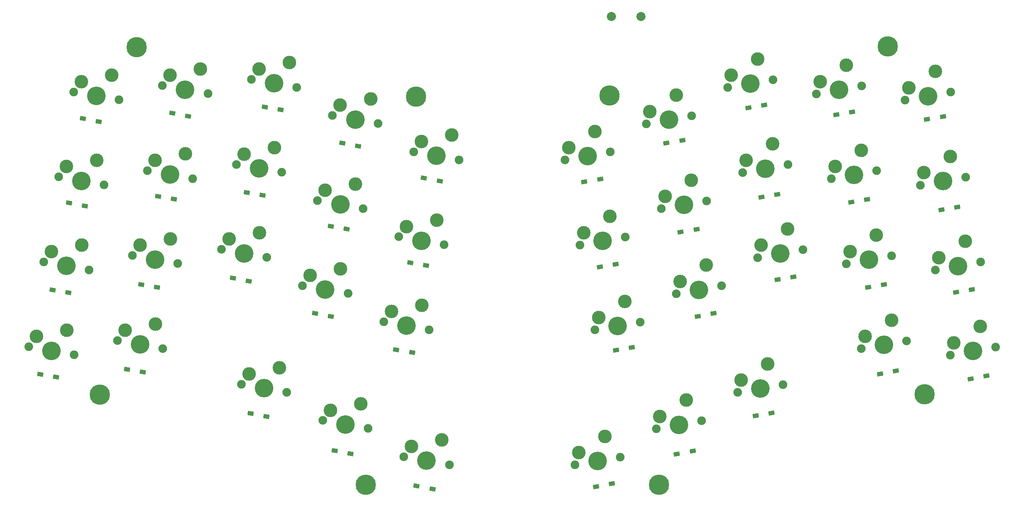
<source format=gbr>
%TF.GenerationSoftware,KiCad,Pcbnew,7.0.2-0*%
%TF.CreationDate,2023-08-23T20:42:08+09:00*%
%TF.ProjectId,rev1,72657631-2e6b-4696-9361-645f70636258,rev?*%
%TF.SameCoordinates,Original*%
%TF.FileFunction,Soldermask,Top*%
%TF.FilePolarity,Negative*%
%FSLAX46Y46*%
G04 Gerber Fmt 4.6, Leading zero omitted, Abs format (unit mm)*
G04 Created by KiCad (PCBNEW 7.0.2-0) date 2023-08-23 20:42:08*
%MOMM*%
%LPD*%
G01*
G04 APERTURE LIST*
G04 Aperture macros list*
%AMRotRect*
0 Rectangle, with rotation*
0 The origin of the aperture is its center*
0 $1 length*
0 $2 width*
0 $3 Rotation angle, in degrees counterclockwise*
0 Add horizontal line*
21,1,$1,$2,0,0,$3*%
G04 Aperture macros list end*
%ADD10C,1.900000*%
%ADD11C,3.000000*%
%ADD12C,4.100000*%
%ADD13C,4.500000*%
%ADD14C,2.000000*%
%ADD15RotRect,1.300000X0.950000X170.000000*%
%ADD16RotRect,1.300000X0.950000X190.000000*%
G04 APERTURE END LIST*
D10*
%TO.C,SW35*%
X130350477Y-137619767D03*
D11*
X132042249Y-135338889D03*
D12*
X135353300Y-138501900D03*
D11*
X138736844Y-133940143D03*
D10*
X140356123Y-139384033D03*
%TD*%
D13*
%TO.C,Ref\u002A\u002A*%
X245200000Y-123800000D03*
%TD*%
%TO.C,Ref\u002A\u002A*%
X71400000Y-47200000D03*
%TD*%
D10*
%TO.C,SW30*%
X247548677Y-96411133D03*
D11*
X248358316Y-93689188D03*
D12*
X252551500Y-95529000D03*
D11*
X254170779Y-90085110D03*
D10*
X257554323Y-94646867D03*
%TD*%
%TO.C,SW27*%
X190439977Y-101644933D03*
D11*
X191249616Y-98922988D03*
D12*
X195442800Y-100762800D03*
D11*
X197062079Y-95318910D03*
D10*
X200445623Y-99880667D03*
%TD*%
%TO.C,SW34*%
X112416877Y-129621567D03*
D11*
X114108649Y-127340689D03*
D12*
X117419700Y-130503700D03*
D11*
X120803244Y-125941943D03*
D10*
X122422523Y-131385833D03*
%TD*%
%TO.C,SW19*%
X224653077Y-76268433D03*
D11*
X225462716Y-73546488D03*
D12*
X229655900Y-75386300D03*
D11*
X231275179Y-69942410D03*
D10*
X234658723Y-74504167D03*
%TD*%
%TO.C,SW36*%
X168088077Y-139438033D03*
D11*
X168897716Y-136716088D03*
D12*
X173090900Y-138555900D03*
D11*
X174710179Y-133112010D03*
D10*
X178093723Y-137673767D03*
%TD*%
D13*
%TO.C,Ref\u002A\u002A*%
X63300000Y-123900000D03*
%TD*%
%TO.C,Ref\u002A\u002A*%
X121900000Y-143800000D03*
%TD*%
D10*
%TO.C,SW7*%
X183823977Y-64123833D03*
D11*
X184633616Y-61401888D03*
D12*
X188826800Y-63241700D03*
D11*
X190446079Y-57797810D03*
D10*
X193829623Y-62359567D03*
%TD*%
%TO.C,SW8*%
X201757577Y-56125633D03*
D11*
X202567216Y-53403688D03*
D12*
X206760400Y-55243500D03*
D11*
X208379679Y-49799610D03*
D10*
X211763223Y-54361367D03*
%TD*%
%TO.C,SW29*%
X227961077Y-95028933D03*
D11*
X228770716Y-92306988D03*
D12*
X232963900Y-94146800D03*
D11*
X234583179Y-88702910D03*
D10*
X237966723Y-93264667D03*
%TD*%
%TO.C,SW18*%
X205065577Y-74886233D03*
D11*
X205875216Y-72164288D03*
D12*
X210068400Y-74004100D03*
D11*
X211687679Y-68560210D03*
D10*
X215071223Y-73121967D03*
%TD*%
%TO.C,SW14*%
X111306577Y-81066067D03*
D11*
X112998349Y-78785189D03*
D12*
X116309400Y-81948200D03*
D11*
X119692944Y-77386443D03*
D10*
X121312223Y-82830333D03*
%TD*%
%TO.C,SW3*%
X96680977Y-54307367D03*
D11*
X98372749Y-52026489D03*
D12*
X101683800Y-55189500D03*
D11*
X105067344Y-50627743D03*
D10*
X106686623Y-56071633D03*
%TD*%
%TO.C,SW20*%
X244240677Y-77650533D03*
D11*
X245050316Y-74928588D03*
D12*
X249243500Y-76768400D03*
D11*
X250862779Y-71324510D03*
D10*
X254246323Y-75886267D03*
%TD*%
%TO.C,SW39*%
X231269077Y-113789533D03*
D11*
X232078716Y-111067588D03*
D12*
X236271900Y-112907400D03*
D11*
X237891179Y-107463510D03*
D10*
X241274723Y-112025267D03*
%TD*%
%TO.C,SW32*%
X67169377Y-111971267D03*
D11*
X68861149Y-109690389D03*
D12*
X72172200Y-112853400D03*
D11*
X75555744Y-108291643D03*
D10*
X77175023Y-113735533D03*
%TD*%
%TO.C,SW40*%
X250856677Y-115171733D03*
D11*
X251666316Y-112449788D03*
D12*
X255859500Y-114289600D03*
D11*
X257478779Y-108845710D03*
D10*
X260862323Y-113407467D03*
%TD*%
%TO.C,SW25*%
X125932177Y-107824867D03*
D11*
X127623949Y-105543989D03*
D12*
X130935000Y-108707000D03*
D11*
X134318544Y-104145243D03*
D10*
X135937823Y-109589133D03*
%TD*%
%TO.C,SW9*%
X221345077Y-57507833D03*
D11*
X222154716Y-54785888D03*
D12*
X226347900Y-56625700D03*
D11*
X227967179Y-51181810D03*
D10*
X231350723Y-55743567D03*
%TD*%
%TO.C,SW37*%
X186021677Y-131439833D03*
D11*
X186831316Y-128717888D03*
D12*
X191024500Y-130557700D03*
D11*
X192643779Y-125113810D03*
D10*
X196027323Y-129675567D03*
%TD*%
%TO.C,SW1*%
X57505777Y-57071667D03*
D11*
X59197549Y-54790789D03*
D12*
X62508600Y-57953800D03*
D11*
X65892144Y-53392043D03*
D10*
X67511423Y-58835933D03*
%TD*%
%TO.C,SW2*%
X77093377Y-55689567D03*
D11*
X78785149Y-53408689D03*
D12*
X82096200Y-56571700D03*
D11*
X85479744Y-52009943D03*
D10*
X87099023Y-57453833D03*
%TD*%
%TO.C,SW11*%
X54197777Y-75832267D03*
D11*
X55889549Y-73551389D03*
D12*
X59200600Y-76714400D03*
D11*
X62584144Y-72152643D03*
D10*
X64203423Y-77596533D03*
%TD*%
%TO.C,SW28*%
X208373577Y-93646833D03*
D11*
X209183216Y-90924888D03*
D12*
X213376400Y-92764700D03*
D11*
X214995679Y-87320810D03*
D10*
X218379223Y-91882567D03*
%TD*%
%TO.C,SW22*%
X70477377Y-93210667D03*
D11*
X72169149Y-90929789D03*
D12*
X75480200Y-94092800D03*
D11*
X78863744Y-89531043D03*
D10*
X80483023Y-94974933D03*
%TD*%
%TO.C,SW12*%
X73785377Y-74450167D03*
D11*
X75477149Y-72169289D03*
D12*
X78788200Y-75332300D03*
D11*
X82171744Y-70770543D03*
D10*
X83791023Y-76214433D03*
%TD*%
%TO.C,SW15*%
X129240177Y-89064267D03*
D11*
X130931949Y-86783389D03*
D12*
X134243000Y-89946400D03*
D11*
X137626544Y-85384643D03*
D10*
X139245823Y-90828533D03*
%TD*%
D14*
%TO.C,SW41*%
X182650000Y-40400000D03*
X176150000Y-40400000D03*
%TD*%
D10*
%TO.C,SW10*%
X240932677Y-58889933D03*
D11*
X241742316Y-56167988D03*
D12*
X245935500Y-58007800D03*
D11*
X247554779Y-52563910D03*
D10*
X250938323Y-57125667D03*
%TD*%
%TO.C,SW5*%
X132548177Y-70303667D03*
D11*
X134239949Y-68022789D03*
D12*
X137551000Y-71185800D03*
D11*
X140934544Y-66624043D03*
D10*
X142553823Y-72067933D03*
%TD*%
%TO.C,SW24*%
X107998577Y-99826667D03*
D11*
X109690349Y-97545789D03*
D12*
X113001400Y-100708800D03*
D11*
X116384944Y-96147043D03*
D10*
X118004223Y-101590933D03*
%TD*%
D13*
%TO.C,Ref\u002A\u002A*%
X175700000Y-57900000D03*
%TD*%
D10*
%TO.C,SW23*%
X90064977Y-91828567D03*
D11*
X91756749Y-89547689D03*
D12*
X95067800Y-92710700D03*
D11*
X98451344Y-88148943D03*
D10*
X100070623Y-93592833D03*
%TD*%
%TO.C,SW4*%
X114614577Y-62305567D03*
D11*
X116306349Y-60024689D03*
D12*
X119617400Y-63187700D03*
D11*
X123000944Y-58625943D03*
D10*
X124620223Y-64069833D03*
%TD*%
%TO.C,SW38*%
X203955277Y-123441733D03*
D11*
X204764916Y-120719788D03*
D12*
X208958100Y-122559600D03*
D11*
X210577379Y-117115710D03*
D10*
X213960923Y-121677467D03*
%TD*%
%TO.C,SW21*%
X50889777Y-94592867D03*
D11*
X52581549Y-92311989D03*
D12*
X55892600Y-95475000D03*
D11*
X59276144Y-90913243D03*
D10*
X60895423Y-96357133D03*
%TD*%
%TO.C,SW31*%
X47581777Y-113353467D03*
D11*
X49273549Y-111072589D03*
D12*
X52584600Y-114235600D03*
D11*
X55968144Y-109673843D03*
D10*
X57587423Y-115117733D03*
%TD*%
%TO.C,SW26*%
X172506377Y-109643133D03*
D11*
X173316016Y-106921188D03*
D12*
X177509200Y-108761000D03*
D11*
X179128479Y-103317110D03*
D10*
X182512023Y-107878867D03*
%TD*%
D13*
%TO.C,Ref\u002A\u002A*%
X186600000Y-143800000D03*
%TD*%
D10*
%TO.C,SW13*%
X93372977Y-73067967D03*
D11*
X95064749Y-70787089D03*
D12*
X98375800Y-73950100D03*
D11*
X101759344Y-69388343D03*
D10*
X103378623Y-74832233D03*
%TD*%
%TO.C,SW16*%
X169198377Y-90882533D03*
D11*
X170008016Y-88160588D03*
D12*
X174201200Y-90000400D03*
D11*
X175820479Y-84556510D03*
D10*
X179204023Y-89118267D03*
%TD*%
%TO.C,SW17*%
X187131977Y-82884433D03*
D11*
X187941616Y-80162488D03*
D12*
X192134800Y-82002300D03*
D11*
X193754079Y-76558410D03*
D10*
X197137623Y-81120167D03*
%TD*%
%TO.C,SW6*%
X165890377Y-72121933D03*
D11*
X166700016Y-69399988D03*
D12*
X170893200Y-71239800D03*
D11*
X172512479Y-65795910D03*
D10*
X175896023Y-70357667D03*
%TD*%
D13*
%TO.C,Ref\u002A\u002A*%
X133000000Y-58100000D03*
%TD*%
%TO.C,Ref\u002A\u002A*%
X237100000Y-47000000D03*
%TD*%
D10*
%TO.C,SW33*%
X94483277Y-121623467D03*
D11*
X96175049Y-119342589D03*
D12*
X99486100Y-122505600D03*
D11*
X102869644Y-117943843D03*
D10*
X104488923Y-123387733D03*
%TD*%
D15*
%TO.C,D15*%
X135248034Y-95408226D03*
X131751966Y-94791774D03*
%TD*%
D16*
%TO.C,D39*%
X238848034Y-118691774D03*
X235351966Y-119308226D03*
%TD*%
D15*
%TO.C,D5*%
X138248034Y-76708226D03*
X134751966Y-76091774D03*
%TD*%
D16*
%TO.C,D26*%
X180648034Y-113491774D03*
X177151966Y-114108226D03*
%TD*%
%TO.C,D9*%
X229248034Y-61491774D03*
X225751966Y-62108226D03*
%TD*%
D15*
%TO.C,D24*%
X114248034Y-106608226D03*
X110751966Y-105991774D03*
%TD*%
%TO.C,D35*%
X136648034Y-144708226D03*
X133151966Y-144091774D03*
%TD*%
%TO.C,D14*%
X117696034Y-87316426D03*
X114199966Y-86699974D03*
%TD*%
D16*
%TO.C,D6*%
X173648034Y-76291774D03*
X170151966Y-76908226D03*
%TD*%
D15*
%TO.C,D33*%
X100048034Y-128708226D03*
X96551966Y-128091774D03*
%TD*%
%TO.C,D23*%
X96148034Y-98808226D03*
X92651966Y-98191774D03*
%TD*%
D16*
%TO.C,D28*%
X216248034Y-97891774D03*
X212751966Y-98508226D03*
%TD*%
D15*
%TO.C,D1*%
X63048034Y-63608226D03*
X59551966Y-62991774D03*
%TD*%
%TO.C,D22*%
X75896034Y-100216426D03*
X72399966Y-99599974D03*
%TD*%
D16*
%TO.C,D27*%
X198648034Y-105991774D03*
X195151966Y-106608226D03*
%TD*%
D15*
%TO.C,D2*%
X82748034Y-62408226D03*
X79251966Y-61791774D03*
%TD*%
D16*
%TO.C,D38*%
X211448034Y-127991774D03*
X207951966Y-128608226D03*
%TD*%
%TO.C,D37*%
X194048034Y-136391774D03*
X190551966Y-137008226D03*
%TD*%
%TO.C,D30*%
X255648034Y-100691774D03*
X252151966Y-101308226D03*
%TD*%
%TO.C,D29*%
X236248034Y-99591774D03*
X232751966Y-100208226D03*
%TD*%
D15*
%TO.C,D4*%
X120248034Y-69008226D03*
X116751966Y-68391774D03*
%TD*%
D16*
%TO.C,D20*%
X252396034Y-82483574D03*
X248899966Y-83100026D03*
%TD*%
D15*
%TO.C,D32*%
X72748034Y-118908226D03*
X69251966Y-118291774D03*
%TD*%
D16*
%TO.C,D17*%
X194896034Y-87383574D03*
X191399966Y-88000026D03*
%TD*%
%TO.C,D10*%
X249248034Y-62491774D03*
X245751966Y-63108226D03*
%TD*%
%TO.C,D7*%
X191748034Y-67791774D03*
X188251966Y-68408226D03*
%TD*%
D15*
%TO.C,D13*%
X99148034Y-79908226D03*
X95651966Y-79291774D03*
%TD*%
D16*
%TO.C,D16*%
X177048034Y-95091774D03*
X173551966Y-95708226D03*
%TD*%
D15*
%TO.C,D12*%
X79596034Y-80716426D03*
X76099966Y-80099974D03*
%TD*%
D16*
%TO.C,D18*%
X212696034Y-79683574D03*
X209199966Y-80300026D03*
%TD*%
%TO.C,D19*%
X232496034Y-80783574D03*
X228999966Y-81400026D03*
%TD*%
D15*
%TO.C,D34*%
X118548034Y-136908226D03*
X115051966Y-136291774D03*
%TD*%
%TO.C,D31*%
X53648034Y-120008226D03*
X50151966Y-119391774D03*
%TD*%
%TO.C,D3*%
X103148034Y-61008226D03*
X99651966Y-60391774D03*
%TD*%
D16*
%TO.C,D8*%
X209848034Y-59991774D03*
X206351966Y-60608226D03*
%TD*%
%TO.C,D40*%
X258848034Y-119791774D03*
X255351966Y-120408226D03*
%TD*%
D15*
%TO.C,D25*%
X132148034Y-114608226D03*
X128651966Y-113991774D03*
%TD*%
D16*
%TO.C,D36*%
X176248034Y-143591774D03*
X172751966Y-144208226D03*
%TD*%
D15*
%TO.C,D11*%
X59996034Y-82216426D03*
X56499966Y-81599974D03*
%TD*%
%TO.C,D21*%
X56348034Y-101408226D03*
X52851966Y-100791774D03*
%TD*%
M02*

</source>
